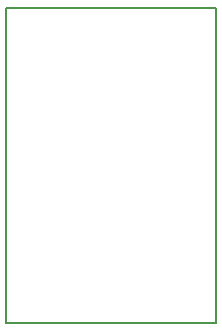
<source format=gbr>
G04 DipTrace 2.4.0.2*
%INBoardOutline.gbr*%
%MOIN*%
%ADD11C,0.0055*%
%FSLAX44Y44*%
G04*
G70*
G90*
G75*
G01*
%LNBoardOutline*%
%LPD*%
X3940Y14440D2*
D11*
X10940D1*
Y3940D1*
X3940D1*
Y14440D1*
M02*

</source>
